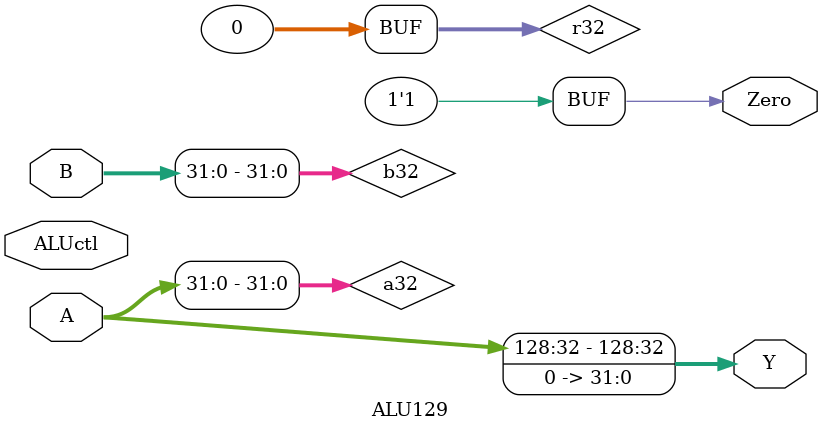
<source format=v>
`timescale 1ns/1ps
module ALU129(
    input wire[128:0]A,B,
    input wire[3:0]ALUctl,
    output reg[128:0]Y,
    output wire Zero
);

    wire[31:0]a32=A[31:0];
    wire[31:0]b32=B[31:0];
    reg[31:0]r32;

always@(*)begin
r32=32'b0;
 case(ALUctl)
  4'b0000:Y=a32+b32;
  4'b0001:Y=a32-b32;
  4'b0010:Y=a32&b32; 
  4'b0011:Y=a32|b32;
  4'b0100:Y=a32^b32;
   default Y=32'b0;
endcase
Y={A[128],A[127:32],r32};
end
assign Zero=(r32==32'b0);
endmodule


</source>
